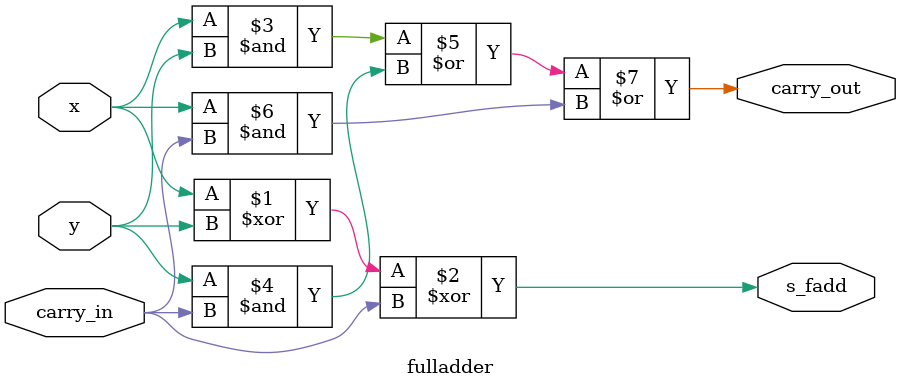
<source format=v>
`timescale 1ns / 1ps

module fulladder(
    input x,
    input y,
    input carry_in,
    output s_fadd,
    output carry_out
    );
    
    assign s_fadd = x ^ y ^ carry_in;
    assign carry_out = (x&y) | (y&carry_in) | (x&carry_in);
endmodule
</source>
